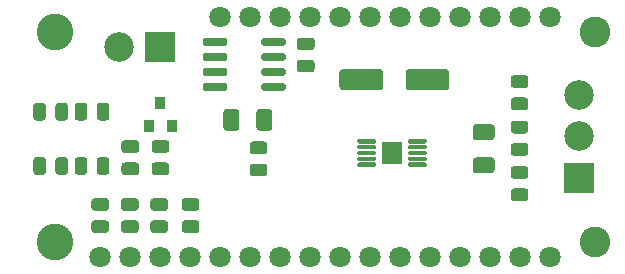
<source format=gbr>
%TF.GenerationSoftware,KiCad,Pcbnew,(5.1.6-0-10_14)*%
%TF.CreationDate,2021-10-24T22:13:31-07:00*%
%TF.ProjectId,Motor_Tester_DRV8830_Wing,4d6f746f-725f-4546-9573-7465725f4452,v01*%
%TF.SameCoordinates,Original*%
%TF.FileFunction,Soldermask,Top*%
%TF.FilePolarity,Negative*%
%FSLAX46Y46*%
G04 Gerber Fmt 4.6, Leading zero omitted, Abs format (unit mm)*
G04 Created by KiCad (PCBNEW (5.1.6-0-10_14)) date 2021-10-24 22:13:31*
%MOMM*%
%LPD*%
G01*
G04 APERTURE LIST*
%ADD10C,1.801600*%
%ADD11C,2.601600*%
%ADD12C,3.101600*%
%ADD13R,2.501600X2.501600*%
%ADD14C,2.501600*%
%ADD15R,0.901600X1.001600*%
%ADD16R,1.781600X1.981600*%
G04 APERTURE END LIST*
%TO.C,U1*%
G36*
G01*
X144150800Y-83229600D02*
X144150800Y-83580400D01*
G75*
G02*
X143975400Y-83755800I-175400J0D01*
G01*
X142274600Y-83755800D01*
G75*
G02*
X142099200Y-83580400I0J175400D01*
G01*
X142099200Y-83229600D01*
G75*
G02*
X142274600Y-83054200I175400J0D01*
G01*
X143975400Y-83054200D01*
G75*
G02*
X144150800Y-83229600I0J-175400D01*
G01*
G37*
G36*
G01*
X144150800Y-81959600D02*
X144150800Y-82310400D01*
G75*
G02*
X143975400Y-82485800I-175400J0D01*
G01*
X142274600Y-82485800D01*
G75*
G02*
X142099200Y-82310400I0J175400D01*
G01*
X142099200Y-81959600D01*
G75*
G02*
X142274600Y-81784200I175400J0D01*
G01*
X143975400Y-81784200D01*
G75*
G02*
X144150800Y-81959600I0J-175400D01*
G01*
G37*
G36*
G01*
X144150800Y-80689600D02*
X144150800Y-81040400D01*
G75*
G02*
X143975400Y-81215800I-175400J0D01*
G01*
X142274600Y-81215800D01*
G75*
G02*
X142099200Y-81040400I0J175400D01*
G01*
X142099200Y-80689600D01*
G75*
G02*
X142274600Y-80514200I175400J0D01*
G01*
X143975400Y-80514200D01*
G75*
G02*
X144150800Y-80689600I0J-175400D01*
G01*
G37*
G36*
G01*
X144150800Y-79419600D02*
X144150800Y-79770400D01*
G75*
G02*
X143975400Y-79945800I-175400J0D01*
G01*
X142274600Y-79945800D01*
G75*
G02*
X142099200Y-79770400I0J175400D01*
G01*
X142099200Y-79419600D01*
G75*
G02*
X142274600Y-79244200I175400J0D01*
G01*
X143975400Y-79244200D01*
G75*
G02*
X144150800Y-79419600I0J-175400D01*
G01*
G37*
G36*
G01*
X149100800Y-79419600D02*
X149100800Y-79770400D01*
G75*
G02*
X148925400Y-79945800I-175400J0D01*
G01*
X147224600Y-79945800D01*
G75*
G02*
X147049200Y-79770400I0J175400D01*
G01*
X147049200Y-79419600D01*
G75*
G02*
X147224600Y-79244200I175400J0D01*
G01*
X148925400Y-79244200D01*
G75*
G02*
X149100800Y-79419600I0J-175400D01*
G01*
G37*
G36*
G01*
X149100800Y-80689600D02*
X149100800Y-81040400D01*
G75*
G02*
X148925400Y-81215800I-175400J0D01*
G01*
X147224600Y-81215800D01*
G75*
G02*
X147049200Y-81040400I0J175400D01*
G01*
X147049200Y-80689600D01*
G75*
G02*
X147224600Y-80514200I175400J0D01*
G01*
X148925400Y-80514200D01*
G75*
G02*
X149100800Y-80689600I0J-175400D01*
G01*
G37*
G36*
G01*
X149100800Y-81959600D02*
X149100800Y-82310400D01*
G75*
G02*
X148925400Y-82485800I-175400J0D01*
G01*
X147224600Y-82485800D01*
G75*
G02*
X147049200Y-82310400I0J175400D01*
G01*
X147049200Y-81959600D01*
G75*
G02*
X147224600Y-81784200I175400J0D01*
G01*
X148925400Y-81784200D01*
G75*
G02*
X149100800Y-81959600I0J-175400D01*
G01*
G37*
G36*
G01*
X149100800Y-83229600D02*
X149100800Y-83580400D01*
G75*
G02*
X148925400Y-83755800I-175400J0D01*
G01*
X147224600Y-83755800D01*
G75*
G02*
X147049200Y-83580400I0J175400D01*
G01*
X147049200Y-83229600D01*
G75*
G02*
X147224600Y-83054200I175400J0D01*
G01*
X148925400Y-83054200D01*
G75*
G02*
X149100800Y-83229600I0J-175400D01*
G01*
G37*
%TD*%
%TO.C,C1*%
G36*
G01*
X135468350Y-89799200D02*
X136431650Y-89799200D01*
G75*
G02*
X136700800Y-90068350I0J-269150D01*
G01*
X136700800Y-90606650D01*
G75*
G02*
X136431650Y-90875800I-269150J0D01*
G01*
X135468350Y-90875800D01*
G75*
G02*
X135199200Y-90606650I0J269150D01*
G01*
X135199200Y-90068350D01*
G75*
G02*
X135468350Y-89799200I269150J0D01*
G01*
G37*
G36*
G01*
X135468350Y-87924200D02*
X136431650Y-87924200D01*
G75*
G02*
X136700800Y-88193350I0J-269150D01*
G01*
X136700800Y-88731650D01*
G75*
G02*
X136431650Y-89000800I-269150J0D01*
G01*
X135468350Y-89000800D01*
G75*
G02*
X135199200Y-88731650I0J269150D01*
G01*
X135199200Y-88193350D01*
G75*
G02*
X135468350Y-87924200I269150J0D01*
G01*
G37*
%TD*%
%TO.C,C2*%
G36*
G01*
X138018350Y-89799200D02*
X138981650Y-89799200D01*
G75*
G02*
X139250800Y-90068350I0J-269150D01*
G01*
X139250800Y-90606650D01*
G75*
G02*
X138981650Y-90875800I-269150J0D01*
G01*
X138018350Y-90875800D01*
G75*
G02*
X137749200Y-90606650I0J269150D01*
G01*
X137749200Y-90068350D01*
G75*
G02*
X138018350Y-89799200I269150J0D01*
G01*
G37*
G36*
G01*
X138018350Y-87924200D02*
X138981650Y-87924200D01*
G75*
G02*
X139250800Y-88193350I0J-269150D01*
G01*
X139250800Y-88731650D01*
G75*
G02*
X138981650Y-89000800I-269150J0D01*
G01*
X138018350Y-89000800D01*
G75*
G02*
X137749200Y-88731650I0J269150D01*
G01*
X137749200Y-88193350D01*
G75*
G02*
X138018350Y-87924200I269150J0D01*
G01*
G37*
%TD*%
%TO.C,C3*%
G36*
G01*
X151281650Y-80300800D02*
X150318350Y-80300800D01*
G75*
G02*
X150049200Y-80031650I0J269150D01*
G01*
X150049200Y-79493350D01*
G75*
G02*
X150318350Y-79224200I269150J0D01*
G01*
X151281650Y-79224200D01*
G75*
G02*
X151550800Y-79493350I0J-269150D01*
G01*
X151550800Y-80031650D01*
G75*
G02*
X151281650Y-80300800I-269150J0D01*
G01*
G37*
G36*
G01*
X151281650Y-82175800D02*
X150318350Y-82175800D01*
G75*
G02*
X150049200Y-81906650I0J269150D01*
G01*
X150049200Y-81368350D01*
G75*
G02*
X150318350Y-81099200I269150J0D01*
G01*
X151281650Y-81099200D01*
G75*
G02*
X151550800Y-81368350I0J-269150D01*
G01*
X151550800Y-81906650D01*
G75*
G02*
X151281650Y-82175800I-269150J0D01*
G01*
G37*
%TD*%
%TO.C,C4*%
G36*
G01*
X146318350Y-89899200D02*
X147281650Y-89899200D01*
G75*
G02*
X147550800Y-90168350I0J-269150D01*
G01*
X147550800Y-90706650D01*
G75*
G02*
X147281650Y-90975800I-269150J0D01*
G01*
X146318350Y-90975800D01*
G75*
G02*
X146049200Y-90706650I0J269150D01*
G01*
X146049200Y-90168350D01*
G75*
G02*
X146318350Y-89899200I269150J0D01*
G01*
G37*
G36*
G01*
X146318350Y-88024200D02*
X147281650Y-88024200D01*
G75*
G02*
X147550800Y-88293350I0J-269150D01*
G01*
X147550800Y-88831650D01*
G75*
G02*
X147281650Y-89100800I-269150J0D01*
G01*
X146318350Y-89100800D01*
G75*
G02*
X146049200Y-88831650I0J269150D01*
G01*
X146049200Y-88293350D01*
G75*
G02*
X146318350Y-88024200I269150J0D01*
G01*
G37*
%TD*%
%TO.C,C6*%
G36*
G01*
X169381650Y-87350800D02*
X168418350Y-87350800D01*
G75*
G02*
X168149200Y-87081650I0J269150D01*
G01*
X168149200Y-86543350D01*
G75*
G02*
X168418350Y-86274200I269150J0D01*
G01*
X169381650Y-86274200D01*
G75*
G02*
X169650800Y-86543350I0J-269150D01*
G01*
X169650800Y-87081650D01*
G75*
G02*
X169381650Y-87350800I-269150J0D01*
G01*
G37*
G36*
G01*
X169381650Y-89225800D02*
X168418350Y-89225800D01*
G75*
G02*
X168149200Y-88956650I0J269150D01*
G01*
X168149200Y-88418350D01*
G75*
G02*
X168418350Y-88149200I269150J0D01*
G01*
X169381650Y-88149200D01*
G75*
G02*
X169650800Y-88418350I0J-269150D01*
G01*
X169650800Y-88956650D01*
G75*
G02*
X169381650Y-89225800I-269150J0D01*
G01*
G37*
%TD*%
%TO.C,C7*%
G36*
G01*
X169381650Y-91200800D02*
X168418350Y-91200800D01*
G75*
G02*
X168149200Y-90931650I0J269150D01*
G01*
X168149200Y-90393350D01*
G75*
G02*
X168418350Y-90124200I269150J0D01*
G01*
X169381650Y-90124200D01*
G75*
G02*
X169650800Y-90393350I0J-269150D01*
G01*
X169650800Y-90931650D01*
G75*
G02*
X169381650Y-91200800I-269150J0D01*
G01*
G37*
G36*
G01*
X169381650Y-93075800D02*
X168418350Y-93075800D01*
G75*
G02*
X168149200Y-92806650I0J269150D01*
G01*
X168149200Y-92268350D01*
G75*
G02*
X168418350Y-91999200I269150J0D01*
G01*
X169381650Y-91999200D01*
G75*
G02*
X169650800Y-92268350I0J-269150D01*
G01*
X169650800Y-92806650D01*
G75*
G02*
X169381650Y-93075800I-269150J0D01*
G01*
G37*
%TD*%
%TO.C,C8*%
G36*
G01*
X168418350Y-84299200D02*
X169381650Y-84299200D01*
G75*
G02*
X169650800Y-84568350I0J-269150D01*
G01*
X169650800Y-85106650D01*
G75*
G02*
X169381650Y-85375800I-269150J0D01*
G01*
X168418350Y-85375800D01*
G75*
G02*
X168149200Y-85106650I0J269150D01*
G01*
X168149200Y-84568350D01*
G75*
G02*
X168418350Y-84299200I269150J0D01*
G01*
G37*
G36*
G01*
X168418350Y-82424200D02*
X169381650Y-82424200D01*
G75*
G02*
X169650800Y-82693350I0J-269150D01*
G01*
X169650800Y-83231650D01*
G75*
G02*
X169381650Y-83500800I-269150J0D01*
G01*
X168418350Y-83500800D01*
G75*
G02*
X168149200Y-83231650I0J269150D01*
G01*
X168149200Y-82693350D01*
G75*
G02*
X168418350Y-82424200I269150J0D01*
G01*
G37*
%TD*%
%TO.C,C9*%
G36*
G01*
X132918350Y-94699200D02*
X133881650Y-94699200D01*
G75*
G02*
X134150800Y-94968350I0J-269150D01*
G01*
X134150800Y-95506650D01*
G75*
G02*
X133881650Y-95775800I-269150J0D01*
G01*
X132918350Y-95775800D01*
G75*
G02*
X132649200Y-95506650I0J269150D01*
G01*
X132649200Y-94968350D01*
G75*
G02*
X132918350Y-94699200I269150J0D01*
G01*
G37*
G36*
G01*
X132918350Y-92824200D02*
X133881650Y-92824200D01*
G75*
G02*
X134150800Y-93093350I0J-269150D01*
G01*
X134150800Y-93631650D01*
G75*
G02*
X133881650Y-93900800I-269150J0D01*
G01*
X132918350Y-93900800D01*
G75*
G02*
X132649200Y-93631650I0J269150D01*
G01*
X132649200Y-93093350D01*
G75*
G02*
X132918350Y-92824200I269150J0D01*
G01*
G37*
%TD*%
%TO.C,C10*%
G36*
G01*
X136381650Y-93900800D02*
X135418350Y-93900800D01*
G75*
G02*
X135149200Y-93631650I0J269150D01*
G01*
X135149200Y-93093350D01*
G75*
G02*
X135418350Y-92824200I269150J0D01*
G01*
X136381650Y-92824200D01*
G75*
G02*
X136650800Y-93093350I0J-269150D01*
G01*
X136650800Y-93631650D01*
G75*
G02*
X136381650Y-93900800I-269150J0D01*
G01*
G37*
G36*
G01*
X136381650Y-95775800D02*
X135418350Y-95775800D01*
G75*
G02*
X135149200Y-95506650I0J269150D01*
G01*
X135149200Y-94968350D01*
G75*
G02*
X135418350Y-94699200I269150J0D01*
G01*
X136381650Y-94699200D01*
G75*
G02*
X136650800Y-94968350I0J-269150D01*
G01*
X136650800Y-95506650D01*
G75*
G02*
X136381650Y-95775800I-269150J0D01*
G01*
G37*
%TD*%
D10*
%TO.C,M1*%
X133350000Y-97790000D03*
X135890000Y-97790000D03*
X138430000Y-97790000D03*
X140970000Y-97790000D03*
X143510000Y-97790000D03*
X146050000Y-97790000D03*
X148590000Y-97790000D03*
X151130000Y-97790000D03*
X153670000Y-97790000D03*
X156210000Y-97790000D03*
X158750000Y-97790000D03*
X161290000Y-97790000D03*
X163830000Y-97790000D03*
X166370000Y-97790000D03*
X168910000Y-97790000D03*
X171450000Y-97790000D03*
X143510000Y-77470000D03*
X146050000Y-77470000D03*
X148590000Y-77470000D03*
X151130000Y-77470000D03*
X153670000Y-77470000D03*
X156210000Y-77470000D03*
X158750000Y-77470000D03*
X161290000Y-77470000D03*
X163830000Y-77470000D03*
X166370000Y-77470000D03*
X168910000Y-77470000D03*
X171450000Y-77470000D03*
D11*
X175260000Y-78740000D03*
X175260000Y-96520000D03*
D12*
X129540000Y-96520000D03*
X129540000Y-78740000D03*
%TD*%
%TO.C,C5*%
G36*
G01*
X162950800Y-82180249D02*
X162950800Y-83419751D01*
G75*
G02*
X162669751Y-83700800I-281049J0D01*
G01*
X159530249Y-83700800D01*
G75*
G02*
X159249200Y-83419751I0J281049D01*
G01*
X159249200Y-82180249D01*
G75*
G02*
X159530249Y-81899200I281049J0D01*
G01*
X162669751Y-81899200D01*
G75*
G02*
X162950800Y-82180249I0J-281049D01*
G01*
G37*
G36*
G01*
X157350800Y-82180249D02*
X157350800Y-83419751D01*
G75*
G02*
X157069751Y-83700800I-281049J0D01*
G01*
X153930249Y-83700800D01*
G75*
G02*
X153649200Y-83419751I0J281049D01*
G01*
X153649200Y-82180249D01*
G75*
G02*
X153930249Y-81899200I281049J0D01*
G01*
X157069751Y-81899200D01*
G75*
G02*
X157350800Y-82180249I0J-281049D01*
G01*
G37*
%TD*%
%TO.C,D1*%
G36*
G01*
X127724200Y-90581650D02*
X127724200Y-89618350D01*
G75*
G02*
X127993350Y-89349200I269150J0D01*
G01*
X128531650Y-89349200D01*
G75*
G02*
X128800800Y-89618350I0J-269150D01*
G01*
X128800800Y-90581650D01*
G75*
G02*
X128531650Y-90850800I-269150J0D01*
G01*
X127993350Y-90850800D01*
G75*
G02*
X127724200Y-90581650I0J269150D01*
G01*
G37*
G36*
G01*
X129599200Y-90581650D02*
X129599200Y-89618350D01*
G75*
G02*
X129868350Y-89349200I269150J0D01*
G01*
X130406650Y-89349200D01*
G75*
G02*
X130675800Y-89618350I0J-269150D01*
G01*
X130675800Y-90581650D01*
G75*
G02*
X130406650Y-90850800I-269150J0D01*
G01*
X129868350Y-90850800D01*
G75*
G02*
X129599200Y-90581650I0J269150D01*
G01*
G37*
%TD*%
%TO.C,D2*%
G36*
G01*
X129599200Y-85981650D02*
X129599200Y-85018350D01*
G75*
G02*
X129868350Y-84749200I269150J0D01*
G01*
X130406650Y-84749200D01*
G75*
G02*
X130675800Y-85018350I0J-269150D01*
G01*
X130675800Y-85981650D01*
G75*
G02*
X130406650Y-86250800I-269150J0D01*
G01*
X129868350Y-86250800D01*
G75*
G02*
X129599200Y-85981650I0J269150D01*
G01*
G37*
G36*
G01*
X127724200Y-85981650D02*
X127724200Y-85018350D01*
G75*
G02*
X127993350Y-84749200I269150J0D01*
G01*
X128531650Y-84749200D01*
G75*
G02*
X128800800Y-85018350I0J-269150D01*
G01*
X128800800Y-85981650D01*
G75*
G02*
X128531650Y-86250800I-269150J0D01*
G01*
X127993350Y-86250800D01*
G75*
G02*
X127724200Y-85981650I0J269150D01*
G01*
G37*
%TD*%
D13*
%TO.C,J1*%
X138500000Y-80000000D03*
D14*
X135000000Y-80000000D03*
%TD*%
D13*
%TO.C,J3*%
X173900000Y-91100000D03*
D14*
X173900000Y-87600000D03*
X173900000Y-84100000D03*
%TD*%
D15*
%TO.C,Q1*%
X137550000Y-86725000D03*
X139450000Y-86725000D03*
X138500000Y-84725000D03*
%TD*%
%TO.C,R2*%
G36*
G01*
X140568350Y-94699200D02*
X141531650Y-94699200D01*
G75*
G02*
X141800800Y-94968350I0J-269150D01*
G01*
X141800800Y-95506650D01*
G75*
G02*
X141531650Y-95775800I-269150J0D01*
G01*
X140568350Y-95775800D01*
G75*
G02*
X140299200Y-95506650I0J269150D01*
G01*
X140299200Y-94968350D01*
G75*
G02*
X140568350Y-94699200I269150J0D01*
G01*
G37*
G36*
G01*
X140568350Y-92824200D02*
X141531650Y-92824200D01*
G75*
G02*
X141800800Y-93093350I0J-269150D01*
G01*
X141800800Y-93631650D01*
G75*
G02*
X141531650Y-93900800I-269150J0D01*
G01*
X140568350Y-93900800D01*
G75*
G02*
X140299200Y-93631650I0J269150D01*
G01*
X140299200Y-93093350D01*
G75*
G02*
X140568350Y-92824200I269150J0D01*
G01*
G37*
%TD*%
%TO.C,R3*%
G36*
G01*
X137918350Y-92824200D02*
X138881650Y-92824200D01*
G75*
G02*
X139150800Y-93093350I0J-269150D01*
G01*
X139150800Y-93631650D01*
G75*
G02*
X138881650Y-93900800I-269150J0D01*
G01*
X137918350Y-93900800D01*
G75*
G02*
X137649200Y-93631650I0J269150D01*
G01*
X137649200Y-93093350D01*
G75*
G02*
X137918350Y-92824200I269150J0D01*
G01*
G37*
G36*
G01*
X137918350Y-94699200D02*
X138881650Y-94699200D01*
G75*
G02*
X139150800Y-94968350I0J-269150D01*
G01*
X139150800Y-95506650D01*
G75*
G02*
X138881650Y-95775800I-269150J0D01*
G01*
X137918350Y-95775800D01*
G75*
G02*
X137649200Y-95506650I0J269150D01*
G01*
X137649200Y-94968350D01*
G75*
G02*
X137918350Y-94699200I269150J0D01*
G01*
G37*
%TD*%
%TO.C,R5*%
G36*
G01*
X131224200Y-90581650D02*
X131224200Y-89618350D01*
G75*
G02*
X131493350Y-89349200I269150J0D01*
G01*
X132031650Y-89349200D01*
G75*
G02*
X132300800Y-89618350I0J-269150D01*
G01*
X132300800Y-90581650D01*
G75*
G02*
X132031650Y-90850800I-269150J0D01*
G01*
X131493350Y-90850800D01*
G75*
G02*
X131224200Y-90581650I0J269150D01*
G01*
G37*
G36*
G01*
X133099200Y-90581650D02*
X133099200Y-89618350D01*
G75*
G02*
X133368350Y-89349200I269150J0D01*
G01*
X133906650Y-89349200D01*
G75*
G02*
X134175800Y-89618350I0J-269150D01*
G01*
X134175800Y-90581650D01*
G75*
G02*
X133906650Y-90850800I-269150J0D01*
G01*
X133368350Y-90850800D01*
G75*
G02*
X133099200Y-90581650I0J269150D01*
G01*
G37*
%TD*%
%TO.C,R6*%
G36*
G01*
X133099200Y-85981650D02*
X133099200Y-85018350D01*
G75*
G02*
X133368350Y-84749200I269150J0D01*
G01*
X133906650Y-84749200D01*
G75*
G02*
X134175800Y-85018350I0J-269150D01*
G01*
X134175800Y-85981650D01*
G75*
G02*
X133906650Y-86250800I-269150J0D01*
G01*
X133368350Y-86250800D01*
G75*
G02*
X133099200Y-85981650I0J269150D01*
G01*
G37*
G36*
G01*
X131224200Y-85981650D02*
X131224200Y-85018350D01*
G75*
G02*
X131493350Y-84749200I269150J0D01*
G01*
X132031650Y-84749200D01*
G75*
G02*
X132300800Y-85018350I0J-269150D01*
G01*
X132300800Y-85981650D01*
G75*
G02*
X132031650Y-86250800I-269150J0D01*
G01*
X131493350Y-86250800D01*
G75*
G02*
X131224200Y-85981650I0J269150D01*
G01*
G37*
%TD*%
%TO.C,U2*%
G36*
G01*
X161025800Y-89899600D02*
X161025800Y-90100400D01*
G75*
G02*
X160925400Y-90200800I-100400J0D01*
G01*
X159574600Y-90200800D01*
G75*
G02*
X159474200Y-90100400I0J100400D01*
G01*
X159474200Y-89899600D01*
G75*
G02*
X159574600Y-89799200I100400J0D01*
G01*
X160925400Y-89799200D01*
G75*
G02*
X161025800Y-89899600I0J-100400D01*
G01*
G37*
G36*
G01*
X161025800Y-89399600D02*
X161025800Y-89600400D01*
G75*
G02*
X160925400Y-89700800I-100400J0D01*
G01*
X159574600Y-89700800D01*
G75*
G02*
X159474200Y-89600400I0J100400D01*
G01*
X159474200Y-89399600D01*
G75*
G02*
X159574600Y-89299200I100400J0D01*
G01*
X160925400Y-89299200D01*
G75*
G02*
X161025800Y-89399600I0J-100400D01*
G01*
G37*
G36*
G01*
X161025800Y-88899600D02*
X161025800Y-89100400D01*
G75*
G02*
X160925400Y-89200800I-100400J0D01*
G01*
X159574600Y-89200800D01*
G75*
G02*
X159474200Y-89100400I0J100400D01*
G01*
X159474200Y-88899600D01*
G75*
G02*
X159574600Y-88799200I100400J0D01*
G01*
X160925400Y-88799200D01*
G75*
G02*
X161025800Y-88899600I0J-100400D01*
G01*
G37*
G36*
G01*
X161025800Y-88399600D02*
X161025800Y-88600400D01*
G75*
G02*
X160925400Y-88700800I-100400J0D01*
G01*
X159574600Y-88700800D01*
G75*
G02*
X159474200Y-88600400I0J100400D01*
G01*
X159474200Y-88399600D01*
G75*
G02*
X159574600Y-88299200I100400J0D01*
G01*
X160925400Y-88299200D01*
G75*
G02*
X161025800Y-88399600I0J-100400D01*
G01*
G37*
G36*
G01*
X161025800Y-87899600D02*
X161025800Y-88100400D01*
G75*
G02*
X160925400Y-88200800I-100400J0D01*
G01*
X159574600Y-88200800D01*
G75*
G02*
X159474200Y-88100400I0J100400D01*
G01*
X159474200Y-87899600D01*
G75*
G02*
X159574600Y-87799200I100400J0D01*
G01*
X160925400Y-87799200D01*
G75*
G02*
X161025800Y-87899600I0J-100400D01*
G01*
G37*
G36*
G01*
X156725800Y-87899600D02*
X156725800Y-88100400D01*
G75*
G02*
X156625400Y-88200800I-100400J0D01*
G01*
X155274600Y-88200800D01*
G75*
G02*
X155174200Y-88100400I0J100400D01*
G01*
X155174200Y-87899600D01*
G75*
G02*
X155274600Y-87799200I100400J0D01*
G01*
X156625400Y-87799200D01*
G75*
G02*
X156725800Y-87899600I0J-100400D01*
G01*
G37*
G36*
G01*
X156725800Y-88399600D02*
X156725800Y-88600400D01*
G75*
G02*
X156625400Y-88700800I-100400J0D01*
G01*
X155274600Y-88700800D01*
G75*
G02*
X155174200Y-88600400I0J100400D01*
G01*
X155174200Y-88399600D01*
G75*
G02*
X155274600Y-88299200I100400J0D01*
G01*
X156625400Y-88299200D01*
G75*
G02*
X156725800Y-88399600I0J-100400D01*
G01*
G37*
G36*
G01*
X156725800Y-88899600D02*
X156725800Y-89100400D01*
G75*
G02*
X156625400Y-89200800I-100400J0D01*
G01*
X155274600Y-89200800D01*
G75*
G02*
X155174200Y-89100400I0J100400D01*
G01*
X155174200Y-88899600D01*
G75*
G02*
X155274600Y-88799200I100400J0D01*
G01*
X156625400Y-88799200D01*
G75*
G02*
X156725800Y-88899600I0J-100400D01*
G01*
G37*
G36*
G01*
X156725800Y-89399600D02*
X156725800Y-89600400D01*
G75*
G02*
X156625400Y-89700800I-100400J0D01*
G01*
X155274600Y-89700800D01*
G75*
G02*
X155174200Y-89600400I0J100400D01*
G01*
X155174200Y-89399600D01*
G75*
G02*
X155274600Y-89299200I100400J0D01*
G01*
X156625400Y-89299200D01*
G75*
G02*
X156725800Y-89399600I0J-100400D01*
G01*
G37*
G36*
G01*
X156725800Y-89899600D02*
X156725800Y-90100400D01*
G75*
G02*
X156625400Y-90200800I-100400J0D01*
G01*
X155274600Y-90200800D01*
G75*
G02*
X155174200Y-90100400I0J100400D01*
G01*
X155174200Y-89899600D01*
G75*
G02*
X155274600Y-89799200I100400J0D01*
G01*
X156625400Y-89799200D01*
G75*
G02*
X156725800Y-89899600I0J-100400D01*
G01*
G37*
D16*
X158100000Y-89000000D03*
%TD*%
%TO.C,R4*%
G36*
G01*
X165206520Y-86570200D02*
X166517480Y-86570200D01*
G75*
G02*
X166787800Y-86840520I0J-270320D01*
G01*
X166787800Y-87651480D01*
G75*
G02*
X166517480Y-87921800I-270320J0D01*
G01*
X165206520Y-87921800D01*
G75*
G02*
X164936200Y-87651480I0J270320D01*
G01*
X164936200Y-86840520D01*
G75*
G02*
X165206520Y-86570200I270320J0D01*
G01*
G37*
G36*
G01*
X165206520Y-89370200D02*
X166517480Y-89370200D01*
G75*
G02*
X166787800Y-89640520I0J-270320D01*
G01*
X166787800Y-90451480D01*
G75*
G02*
X166517480Y-90721800I-270320J0D01*
G01*
X165206520Y-90721800D01*
G75*
G02*
X164936200Y-90451480I0J270320D01*
G01*
X164936200Y-89640520D01*
G75*
G02*
X165206520Y-89370200I270320J0D01*
G01*
G37*
%TD*%
%TO.C,R1*%
G36*
G01*
X147975800Y-85544520D02*
X147975800Y-86855480D01*
G75*
G02*
X147705480Y-87125800I-270320J0D01*
G01*
X146894520Y-87125800D01*
G75*
G02*
X146624200Y-86855480I0J270320D01*
G01*
X146624200Y-85544520D01*
G75*
G02*
X146894520Y-85274200I270320J0D01*
G01*
X147705480Y-85274200D01*
G75*
G02*
X147975800Y-85544520I0J-270320D01*
G01*
G37*
G36*
G01*
X145175800Y-85544520D02*
X145175800Y-86855480D01*
G75*
G02*
X144905480Y-87125800I-270320J0D01*
G01*
X144094520Y-87125800D01*
G75*
G02*
X143824200Y-86855480I0J270320D01*
G01*
X143824200Y-85544520D01*
G75*
G02*
X144094520Y-85274200I270320J0D01*
G01*
X144905480Y-85274200D01*
G75*
G02*
X145175800Y-85544520I0J-270320D01*
G01*
G37*
%TD*%
M02*

</source>
